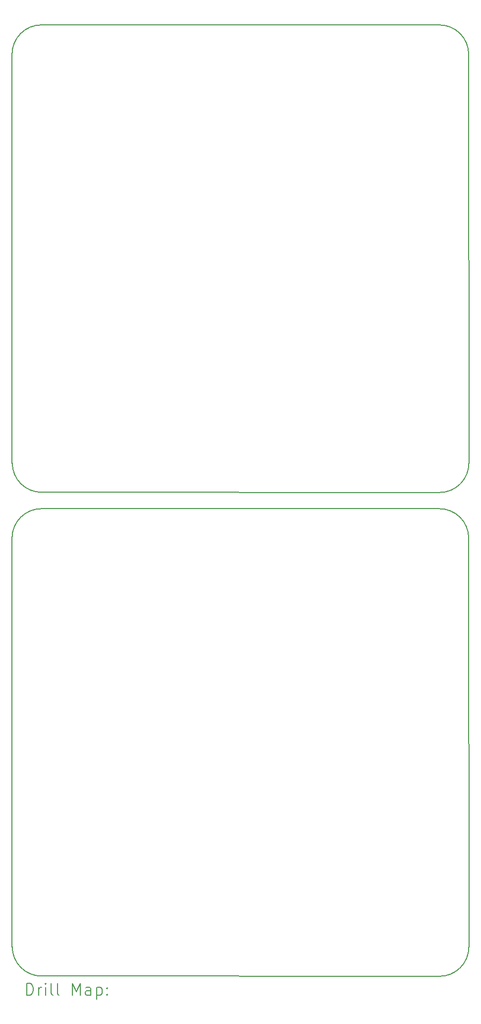
<source format=gbr>
%TF.GenerationSoftware,KiCad,Pcbnew,8.0.1*%
%TF.CreationDate,2024-12-11T12:45:37-03:00*%
%TF.ProjectId,AdeJiga,4164654a-6967-4612-9e6b-696361645f70,rev?*%
%TF.SameCoordinates,Original*%
%TF.FileFunction,Drillmap*%
%TF.FilePolarity,Positive*%
%FSLAX45Y45*%
G04 Gerber Fmt 4.5, Leading zero omitted, Abs format (unit mm)*
G04 Created by KiCad (PCBNEW 8.0.1) date 2024-12-11 12:45:37*
%MOMM*%
%LPD*%
G01*
G04 APERTURE LIST*
%ADD10C,0.200000*%
G04 APERTURE END LIST*
D10*
X11253553Y-17994447D02*
G75*
G02*
X10753553Y-17494447I-3J499997D01*
G01*
X11250000Y-10026553D02*
X18050000Y-10026553D01*
X18546447Y-10526553D02*
X18550000Y-17498000D01*
X18046447Y-10026553D02*
G75*
G02*
X18546447Y-10526553I3J-499997D01*
G01*
X18550000Y-17498000D02*
G75*
G02*
X18050000Y-17998000I-500000J0D01*
G01*
X10750000Y-10526553D02*
G75*
G02*
X11250000Y-10026553I499994J6D01*
G01*
X10750000Y-17498000D02*
X10750000Y-10498000D01*
X18050000Y-17998000D02*
X11253553Y-17994447D01*
X18046447Y-1778553D02*
G75*
G02*
X18546447Y-2278553I3J-499997D01*
G01*
X18050000Y-9750000D02*
X11253553Y-9746447D01*
X10750000Y-9250000D02*
X10750000Y-2250000D01*
X18550000Y-9250000D02*
G75*
G02*
X18050000Y-9750000I-500000J0D01*
G01*
X11253553Y-9746447D02*
G75*
G02*
X10753553Y-9246447I-3J499997D01*
G01*
X10750000Y-2278553D02*
G75*
G02*
X11250000Y-1778550I500000J3D01*
G01*
X11250000Y-1778553D02*
X18050000Y-1778553D01*
X18546447Y-2278553D02*
X18550000Y-9250000D01*
X11000777Y-18319484D02*
X11000777Y-18119484D01*
X11000777Y-18119484D02*
X11048396Y-18119484D01*
X11048396Y-18119484D02*
X11076967Y-18129008D01*
X11076967Y-18129008D02*
X11096015Y-18148055D01*
X11096015Y-18148055D02*
X11105539Y-18167103D01*
X11105539Y-18167103D02*
X11115063Y-18205198D01*
X11115063Y-18205198D02*
X11115063Y-18233770D01*
X11115063Y-18233770D02*
X11105539Y-18271865D01*
X11105539Y-18271865D02*
X11096015Y-18290912D01*
X11096015Y-18290912D02*
X11076967Y-18309960D01*
X11076967Y-18309960D02*
X11048396Y-18319484D01*
X11048396Y-18319484D02*
X11000777Y-18319484D01*
X11200777Y-18319484D02*
X11200777Y-18186150D01*
X11200777Y-18224246D02*
X11210301Y-18205198D01*
X11210301Y-18205198D02*
X11219824Y-18195674D01*
X11219824Y-18195674D02*
X11238872Y-18186150D01*
X11238872Y-18186150D02*
X11257920Y-18186150D01*
X11324586Y-18319484D02*
X11324586Y-18186150D01*
X11324586Y-18119484D02*
X11315062Y-18129008D01*
X11315062Y-18129008D02*
X11324586Y-18138531D01*
X11324586Y-18138531D02*
X11334110Y-18129008D01*
X11334110Y-18129008D02*
X11324586Y-18119484D01*
X11324586Y-18119484D02*
X11324586Y-18138531D01*
X11448396Y-18319484D02*
X11429348Y-18309960D01*
X11429348Y-18309960D02*
X11419824Y-18290912D01*
X11419824Y-18290912D02*
X11419824Y-18119484D01*
X11553158Y-18319484D02*
X11534110Y-18309960D01*
X11534110Y-18309960D02*
X11524586Y-18290912D01*
X11524586Y-18290912D02*
X11524586Y-18119484D01*
X11781729Y-18319484D02*
X11781729Y-18119484D01*
X11781729Y-18119484D02*
X11848396Y-18262341D01*
X11848396Y-18262341D02*
X11915062Y-18119484D01*
X11915062Y-18119484D02*
X11915062Y-18319484D01*
X12096015Y-18319484D02*
X12096015Y-18214722D01*
X12096015Y-18214722D02*
X12086491Y-18195674D01*
X12086491Y-18195674D02*
X12067443Y-18186150D01*
X12067443Y-18186150D02*
X12029348Y-18186150D01*
X12029348Y-18186150D02*
X12010301Y-18195674D01*
X12096015Y-18309960D02*
X12076967Y-18319484D01*
X12076967Y-18319484D02*
X12029348Y-18319484D01*
X12029348Y-18319484D02*
X12010301Y-18309960D01*
X12010301Y-18309960D02*
X12000777Y-18290912D01*
X12000777Y-18290912D02*
X12000777Y-18271865D01*
X12000777Y-18271865D02*
X12010301Y-18252817D01*
X12010301Y-18252817D02*
X12029348Y-18243293D01*
X12029348Y-18243293D02*
X12076967Y-18243293D01*
X12076967Y-18243293D02*
X12096015Y-18233770D01*
X12191253Y-18186150D02*
X12191253Y-18386150D01*
X12191253Y-18195674D02*
X12210301Y-18186150D01*
X12210301Y-18186150D02*
X12248396Y-18186150D01*
X12248396Y-18186150D02*
X12267443Y-18195674D01*
X12267443Y-18195674D02*
X12276967Y-18205198D01*
X12276967Y-18205198D02*
X12286491Y-18224246D01*
X12286491Y-18224246D02*
X12286491Y-18281389D01*
X12286491Y-18281389D02*
X12276967Y-18300436D01*
X12276967Y-18300436D02*
X12267443Y-18309960D01*
X12267443Y-18309960D02*
X12248396Y-18319484D01*
X12248396Y-18319484D02*
X12210301Y-18319484D01*
X12210301Y-18319484D02*
X12191253Y-18309960D01*
X12372205Y-18300436D02*
X12381729Y-18309960D01*
X12381729Y-18309960D02*
X12372205Y-18319484D01*
X12372205Y-18319484D02*
X12362682Y-18309960D01*
X12362682Y-18309960D02*
X12372205Y-18300436D01*
X12372205Y-18300436D02*
X12372205Y-18319484D01*
X12372205Y-18195674D02*
X12381729Y-18205198D01*
X12381729Y-18205198D02*
X12372205Y-18214722D01*
X12372205Y-18214722D02*
X12362682Y-18205198D01*
X12362682Y-18205198D02*
X12372205Y-18195674D01*
X12372205Y-18195674D02*
X12372205Y-18214722D01*
M02*

</source>
